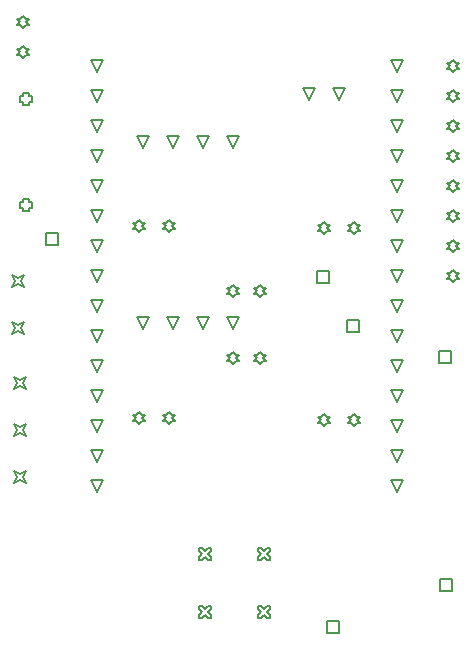
<source format=gbr>
G04*
G04 #@! TF.GenerationSoftware,Altium Limited,Altium Designer,25.4.2 (15)*
G04*
G04 Layer_Color=2752767*
%FSLAX44Y44*%
%MOMM*%
G71*
G04*
G04 #@! TF.SameCoordinates,6A45B100-41C4-4237-90B8-33650A0F4B54*
G04*
G04*
G04 #@! TF.FilePolarity,Positive*
G04*
G01*
G75*
%ADD51C,0.1270*%
D51*
X242670Y25420D02*
X245210D01*
X247750Y27960D01*
X250290Y25420D01*
X252830D01*
Y27960D01*
X250290Y30500D01*
X252830Y33040D01*
Y35580D01*
X250290D01*
X247750Y33040D01*
X245210Y35580D01*
X242670D01*
Y33040D01*
X245210Y30500D01*
X242670Y27960D01*
Y25420D01*
X192670D02*
X195210D01*
X197750Y27960D01*
X200290Y25420D01*
X202830D01*
Y27960D01*
X200290Y30500D01*
X202830Y33040D01*
Y35580D01*
X200290D01*
X197750Y33040D01*
X195210Y35580D01*
X192670D01*
Y33040D01*
X195210Y30500D01*
X192670Y27960D01*
Y25420D01*
X242670Y74670D02*
X245210D01*
X247750Y77210D01*
X250290Y74670D01*
X252830D01*
Y77210D01*
X250290Y79750D01*
X252830Y82290D01*
Y84830D01*
X250290D01*
X247750Y82290D01*
X245210Y84830D01*
X242670D01*
Y82290D01*
X245210Y79750D01*
X242670Y77210D01*
Y74670D01*
X192670D02*
X195210D01*
X197750Y77210D01*
X200290Y74670D01*
X202830D01*
Y77210D01*
X200290Y79750D01*
X202830Y82290D01*
Y84830D01*
X200290D01*
X197750Y82290D01*
X195210Y84830D01*
X192670D01*
Y82290D01*
X195210Y79750D01*
X192670Y77210D01*
Y74670D01*
X285450Y463720D02*
X280370Y473880D01*
X290530D01*
X285450Y463720D01*
X310850D02*
X305770Y473880D01*
X315930D01*
X310850Y463720D01*
X145050Y269520D02*
X139970Y279680D01*
X150130D01*
X145050Y269520D01*
X170450D02*
X165370Y279680D01*
X175530D01*
X170450Y269520D01*
X195850D02*
X190770Y279680D01*
X200930D01*
X195850Y269520D01*
X221250D02*
X216170Y279680D01*
X226330D01*
X221250Y269520D01*
X145050Y422920D02*
X139970Y433080D01*
X150130D01*
X145050Y422920D01*
X170450D02*
X165370Y433080D01*
X175530D01*
X170450Y422920D01*
X195850D02*
X190770Y433080D01*
X200930D01*
X195850Y422920D01*
X221250D02*
X216170Y433080D01*
X226330D01*
X221250Y422920D01*
X221250Y296920D02*
X223790Y299460D01*
X226330D01*
X223790Y302000D01*
X226330Y304540D01*
X223790D01*
X221250Y307080D01*
X218710Y304540D01*
X216170D01*
X218710Y302000D01*
X216170Y299460D01*
X218710D01*
X221250Y296920D01*
Y239920D02*
X223790Y242460D01*
X226330D01*
X223790Y245000D01*
X226330Y247540D01*
X223790D01*
X221250Y250080D01*
X218710Y247540D01*
X216170D01*
X218710Y245000D01*
X216170Y242460D01*
X218710D01*
X221250Y239920D01*
X407500Y309420D02*
X410040Y311960D01*
X412580D01*
X410040Y314500D01*
X412580Y317040D01*
X410040D01*
X407500Y319580D01*
X404960Y317040D01*
X402420D01*
X404960Y314500D01*
X402420Y311960D01*
X404960D01*
X407500Y309420D01*
Y334820D02*
X410040Y337360D01*
X412580D01*
X410040Y339900D01*
X412580Y342440D01*
X410040D01*
X407500Y344980D01*
X404960Y342440D01*
X402420D01*
X404960Y339900D01*
X402420Y337360D01*
X404960D01*
X407500Y334820D01*
Y360220D02*
X410040Y362760D01*
X412580D01*
X410040Y365300D01*
X412580Y367840D01*
X410040D01*
X407500Y370380D01*
X404960Y367840D01*
X402420D01*
X404960Y365300D01*
X402420Y362760D01*
X404960D01*
X407500Y360220D01*
Y385620D02*
X410040Y388160D01*
X412580D01*
X410040Y390700D01*
X412580Y393240D01*
X410040D01*
X407500Y395780D01*
X404960Y393240D01*
X402420D01*
X404960Y390700D01*
X402420Y388160D01*
X404960D01*
X407500Y385620D01*
Y411020D02*
X410040Y413560D01*
X412580D01*
X410040Y416100D01*
X412580Y418640D01*
X410040D01*
X407500Y421180D01*
X404960Y418640D01*
X402420D01*
X404960Y416100D01*
X402420Y413560D01*
X404960D01*
X407500Y411020D01*
Y436420D02*
X410040Y438960D01*
X412580D01*
X410040Y441500D01*
X412580Y444040D01*
X410040D01*
X407500Y446580D01*
X404960Y444040D01*
X402420D01*
X404960Y441500D01*
X402420Y438960D01*
X404960D01*
X407500Y436420D01*
Y461820D02*
X410040Y464360D01*
X412580D01*
X410040Y466900D01*
X412580Y469440D01*
X410040D01*
X407500Y471980D01*
X404960Y469440D01*
X402420D01*
X404960Y466900D01*
X402420Y464360D01*
X404960D01*
X407500Y461820D01*
Y487220D02*
X410040Y489760D01*
X412580D01*
X410040Y492300D01*
X412580Y494840D01*
X410040D01*
X407500Y497380D01*
X404960Y494840D01*
X402420D01*
X404960Y492300D01*
X402420Y489760D01*
X404960D01*
X407500Y487220D01*
X141750Y351980D02*
X144290Y354520D01*
X146830D01*
X144290Y357060D01*
X146830Y359600D01*
X144290D01*
X141750Y362140D01*
X139210Y359600D01*
X136670D01*
X139210Y357060D01*
X136670Y354520D01*
X139210D01*
X141750Y351980D01*
X167150D02*
X169690Y354520D01*
X172230D01*
X169690Y357060D01*
X172230Y359600D01*
X169690D01*
X167150Y362140D01*
X164610Y359600D01*
X162070D01*
X164610Y357060D01*
X162070Y354520D01*
X164610D01*
X167150Y351980D01*
X360500Y487220D02*
X355420Y497380D01*
X365580D01*
X360500Y487220D01*
Y461820D02*
X355420Y471980D01*
X365580D01*
X360500Y461820D01*
Y436420D02*
X355420Y446580D01*
X365580D01*
X360500Y436420D01*
Y411020D02*
X355420Y421180D01*
X365580D01*
X360500Y411020D01*
Y385620D02*
X355420Y395780D01*
X365580D01*
X360500Y385620D01*
Y360220D02*
X355420Y370380D01*
X365580D01*
X360500Y360220D01*
Y334820D02*
X355420Y344980D01*
X365580D01*
X360500Y334820D01*
Y309420D02*
X355420Y319580D01*
X365580D01*
X360500Y309420D01*
Y284020D02*
X355420Y294180D01*
X365580D01*
X360500Y284020D01*
Y258620D02*
X355420Y268780D01*
X365580D01*
X360500Y258620D01*
Y233220D02*
X355420Y243380D01*
X365580D01*
X360500Y233220D01*
Y207820D02*
X355420Y217980D01*
X365580D01*
X360500Y207820D01*
Y182420D02*
X355420Y192580D01*
X365580D01*
X360500Y182420D01*
Y131620D02*
X355420Y141780D01*
X365580D01*
X360500Y131620D01*
Y157020D02*
X355420Y167180D01*
X365580D01*
X360500Y157020D01*
X106500Y207820D02*
X101420Y217980D01*
X111580D01*
X106500Y207820D01*
Y487220D02*
X101420Y497380D01*
X111580D01*
X106500Y487220D01*
Y461820D02*
X101420Y471980D01*
X111580D01*
X106500Y461820D01*
Y436420D02*
X101420Y446580D01*
X111580D01*
X106500Y436420D01*
Y411020D02*
X101420Y421180D01*
X111580D01*
X106500Y411020D01*
Y385620D02*
X101420Y395780D01*
X111580D01*
X106500Y385620D01*
Y360220D02*
X101420Y370380D01*
X111580D01*
X106500Y360220D01*
Y334820D02*
X101420Y344980D01*
X111580D01*
X106500Y334820D01*
Y309420D02*
X101420Y319580D01*
X111580D01*
X106500Y309420D01*
Y284020D02*
X101420Y294180D01*
X111580D01*
X106500Y284020D01*
Y258620D02*
X101420Y268780D01*
X111580D01*
X106500Y258620D01*
Y233220D02*
X101420Y243380D01*
X111580D01*
X106500Y233220D01*
Y182420D02*
X101420Y192580D01*
X111580D01*
X106500Y182420D01*
Y157020D02*
X101420Y167180D01*
X111580D01*
X106500Y157020D01*
Y131620D02*
X101420Y141780D01*
X111580D01*
X106500Y131620D01*
X244000Y239920D02*
X246540Y242460D01*
X249080D01*
X246540Y245000D01*
X249080Y247540D01*
X246540D01*
X244000Y250080D01*
X241460Y247540D01*
X238920D01*
X241460Y245000D01*
X238920Y242460D01*
X241460D01*
X244000Y239920D01*
Y296920D02*
X246540Y299460D01*
X249080D01*
X246540Y302000D01*
X249080Y304540D01*
X246540D01*
X244000Y307080D01*
X241460Y304540D01*
X238920D01*
X241460Y302000D01*
X238920Y299460D01*
X241460D01*
X244000Y296920D01*
X323500Y187860D02*
X326040Y190400D01*
X328580D01*
X326040Y192940D01*
X328580Y195480D01*
X326040D01*
X323500Y198020D01*
X320960Y195480D01*
X318420D01*
X320960Y192940D01*
X318420Y190400D01*
X320960D01*
X323500Y187860D01*
X298100D02*
X300640Y190400D01*
X303180D01*
X300640Y192940D01*
X303180Y195480D01*
X300640D01*
X298100Y198020D01*
X295560Y195480D01*
X293020D01*
X295560Y192940D01*
X293020Y190400D01*
X295560D01*
X298100Y187860D01*
Y350420D02*
X300640Y352960D01*
X303180D01*
X300640Y355500D01*
X303180Y358040D01*
X300640D01*
X298100Y360580D01*
X295560Y358040D01*
X293020D01*
X295560Y355500D01*
X293020Y352960D01*
X295560D01*
X298100Y350420D01*
X323500D02*
X326040Y352960D01*
X328580D01*
X326040Y355500D01*
X328580Y358040D01*
X326040D01*
X323500Y360580D01*
X320960Y358040D01*
X318420D01*
X320960Y355500D01*
X318420Y352960D01*
X320960D01*
X323500Y350420D01*
X167150Y189420D02*
X169690Y191960D01*
X172230D01*
X169690Y194500D01*
X172230Y197040D01*
X169690D01*
X167150Y199580D01*
X164610Y197040D01*
X162070D01*
X164610Y194500D01*
X162070Y191960D01*
X164610D01*
X167150Y189420D01*
X141750D02*
X144290Y191960D01*
X146830D01*
X144290Y194500D01*
X146830Y197040D01*
X144290D01*
X141750Y199580D01*
X139210Y197040D01*
X136670D01*
X139210Y194500D01*
X136670Y191960D01*
X139210D01*
X141750Y189420D01*
X35670Y218770D02*
X38210Y223850D01*
X35670Y228930D01*
X40750Y226390D01*
X45830Y228930D01*
X43290Y223850D01*
X45830Y218770D01*
X40750Y221310D01*
X35670Y218770D01*
Y179170D02*
X38210Y184250D01*
X35670Y189330D01*
X40750Y186790D01*
X45830Y189330D01*
X43290Y184250D01*
X45830Y179170D01*
X40750Y181710D01*
X35670Y179170D01*
Y139570D02*
X38210Y144650D01*
X35670Y149730D01*
X40750Y147190D01*
X45830Y149730D01*
X43290Y144650D01*
X45830Y139570D01*
X40750Y142110D01*
X35670Y139570D01*
X34170Y305420D02*
X36710Y310500D01*
X34170Y315580D01*
X39250Y313040D01*
X44330Y315580D01*
X41790Y310500D01*
X44330Y305420D01*
X39250Y307960D01*
X34170Y305420D01*
Y265820D02*
X36710Y270900D01*
X34170Y275980D01*
X39250Y273440D01*
X44330Y275980D01*
X41790Y270900D01*
X44330Y265820D01*
X39250Y268360D01*
X34170Y265820D01*
X43750Y524621D02*
X46290Y527161D01*
X48830D01*
X46290Y529701D01*
X48830Y532241D01*
X46290D01*
X43750Y534781D01*
X41210Y532241D01*
X38670D01*
X41210Y529701D01*
X38670Y527161D01*
X41210D01*
X43750Y524621D01*
Y499220D02*
X46290Y501760D01*
X48830D01*
X46290Y504300D01*
X48830Y506840D01*
X46290D01*
X43750Y509380D01*
X41210Y506840D01*
X38670D01*
X41210Y504300D01*
X38670Y501760D01*
X41210D01*
X43750Y499220D01*
X43710Y372210D02*
Y369670D01*
X48790D01*
Y372210D01*
X51330D01*
Y377290D01*
X48790D01*
Y379830D01*
X43710D01*
Y377290D01*
X41170D01*
Y372210D01*
X43710D01*
Y462210D02*
Y459670D01*
X48790D01*
Y462210D01*
X51330D01*
Y467290D01*
X48790D01*
Y469830D01*
X43710D01*
Y467290D01*
X41170D01*
Y462210D01*
X43710D01*
X62670Y340920D02*
Y351080D01*
X72830D01*
Y340920D01*
X62670D01*
X317420Y267420D02*
Y277580D01*
X327580D01*
Y267420D01*
X317420D01*
X396420Y47920D02*
Y58080D01*
X406580D01*
Y47920D01*
X396420D01*
X292420Y308420D02*
Y318580D01*
X302580D01*
Y308420D01*
X292420D01*
X300670Y12670D02*
Y22830D01*
X310830D01*
Y12670D01*
X300670D01*
X395546Y241000D02*
Y251160D01*
X405706D01*
Y241000D01*
X395546D01*
M02*

</source>
